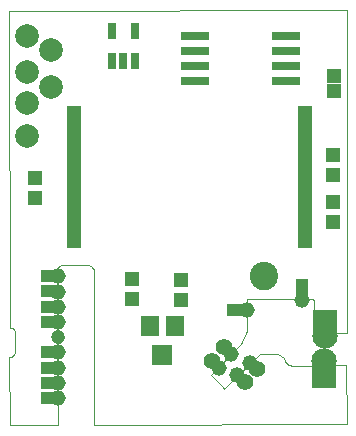
<source format=gts>
G75*
%MOIN*%
%OFA0B0*%
%FSLAX25Y25*%
%IPPOS*%
%LPD*%
%AMOC8*
5,1,8,0,0,1.08239X$1,22.5*
%
%ADD10C,0.00200*%
%ADD11C,0.00000*%
%ADD12C,0.04737*%
%ADD13C,0.09461*%
%ADD14R,0.04737X0.05131*%
%ADD15R,0.05131X0.04737*%
%ADD16R,0.07099X0.06706*%
%ADD17R,0.05918X0.06706*%
%ADD18R,0.03950X0.03950*%
%ADD19R,0.07887X0.07887*%
%ADD20C,0.05524*%
%ADD21R,0.06312X0.02769*%
%ADD22C,0.07887*%
%ADD23R,0.02965X0.05524*%
%ADD24R,0.04343X0.01981*%
%ADD25R,0.04843X0.01981*%
%ADD26R,0.05131X0.05131*%
%ADD27C,0.05194*%
%ADD28C,0.08418*%
D10*
X0007139Y0006452D02*
X0023169Y0006452D01*
X0023164Y0006446D02*
X0023231Y0058499D01*
X0023243Y0058575D01*
X0023260Y0058651D01*
X0023280Y0058725D01*
X0023304Y0058799D01*
X0023332Y0058871D01*
X0023363Y0058942D01*
X0023398Y0059011D01*
X0023436Y0059079D01*
X0023478Y0059144D01*
X0023523Y0059207D01*
X0023571Y0059268D01*
X0023622Y0059326D01*
X0023676Y0059381D01*
X0023733Y0059434D01*
X0023792Y0059484D01*
X0023854Y0059531D01*
X0023918Y0059574D01*
X0023984Y0059614D01*
X0024053Y0059651D01*
X0024123Y0059685D01*
X0024194Y0059714D01*
X0024267Y0059740D01*
X0024341Y0059763D01*
X0024416Y0059781D01*
X0024493Y0059796D01*
X0024569Y0059807D01*
X0024646Y0059814D01*
X0024724Y0059817D01*
X0024801Y0059816D01*
X0024879Y0059811D01*
X0024956Y0059802D01*
X0024950Y0059801D02*
X0033087Y0059799D01*
X0033062Y0059803D02*
X0033151Y0059807D01*
X0033241Y0059806D01*
X0033330Y0059802D01*
X0033419Y0059794D01*
X0033508Y0059782D01*
X0033596Y0059766D01*
X0033683Y0059747D01*
X0033769Y0059723D01*
X0033854Y0059696D01*
X0033938Y0059666D01*
X0034021Y0059631D01*
X0034102Y0059593D01*
X0034181Y0059552D01*
X0034258Y0059507D01*
X0034333Y0059458D01*
X0034406Y0059407D01*
X0034477Y0059352D01*
X0034545Y0059295D01*
X0034611Y0059234D01*
X0034674Y0059171D01*
X0034734Y0059105D01*
X0034792Y0059036D01*
X0034846Y0058965D01*
X0034897Y0058891D01*
X0034945Y0058816D01*
X0034989Y0058738D01*
X0035030Y0058659D01*
X0035068Y0058578D01*
X0035102Y0058495D01*
X0035132Y0058411D01*
X0035159Y0058326D01*
X0035182Y0058239D01*
X0035201Y0058152D01*
X0035216Y0058064D01*
X0035227Y0057975D01*
X0035235Y0057886D01*
X0035201Y0006565D01*
X0035202Y0006565D02*
X0119531Y0006905D01*
X0119534Y0006905D02*
X0119427Y0026460D01*
X0119429Y0026459D02*
X0101408Y0026325D01*
X0101537Y0026337D02*
X0101435Y0026332D01*
X0101334Y0026331D01*
X0101233Y0026334D01*
X0101132Y0026340D01*
X0101031Y0026351D01*
X0100931Y0026365D01*
X0100831Y0026383D01*
X0100732Y0026405D01*
X0100634Y0026430D01*
X0100537Y0026460D01*
X0100441Y0026493D01*
X0100347Y0026530D01*
X0100254Y0026570D01*
X0100162Y0026614D01*
X0100073Y0026661D01*
X0099985Y0026712D01*
X0099899Y0026766D01*
X0099816Y0026823D01*
X0099734Y0026883D01*
X0099655Y0026947D01*
X0099579Y0027013D01*
X0099505Y0027083D01*
X0099434Y0027155D01*
X0099365Y0027230D01*
X0099300Y0027307D01*
X0099238Y0027387D01*
X0099178Y0027469D01*
X0099122Y0027553D01*
X0099069Y0027640D01*
X0099020Y0027728D01*
X0098974Y0027818D01*
X0098931Y0027910D01*
X0098892Y0028004D01*
X0098857Y0028099D01*
X0098825Y0028195D01*
X0098797Y0028292D01*
X0098773Y0028391D01*
X0098752Y0028490D01*
X0098735Y0028590D01*
X0098722Y0028690D01*
X0098713Y0028791D01*
X0098712Y0028794D02*
X0096565Y0030344D01*
X0090592Y0030344D01*
X0078779Y0018497D01*
X0078242Y0019068D01*
X0074584Y0022726D01*
X0074450Y0023162D01*
X0074451Y0023163D02*
X0084350Y0033532D01*
X0086263Y0037895D01*
X0086296Y0048566D01*
X0096532Y0048533D01*
X0101069Y0048535D01*
X0101061Y0048532D02*
X0107339Y0048579D01*
X0107334Y0048579D02*
X0107397Y0048594D01*
X0107461Y0048606D01*
X0107526Y0048615D01*
X0107591Y0048619D01*
X0107656Y0048620D01*
X0107721Y0048617D01*
X0107786Y0048610D01*
X0107850Y0048599D01*
X0107913Y0048585D01*
X0107976Y0048567D01*
X0108037Y0048546D01*
X0108097Y0048520D01*
X0108156Y0048492D01*
X0108213Y0048460D01*
X0108267Y0048425D01*
X0108320Y0048387D01*
X0108370Y0048345D01*
X0108418Y0048301D01*
X0108463Y0048254D01*
X0108506Y0048205D01*
X0108545Y0048153D01*
X0108582Y0048099D01*
X0108615Y0048043D01*
X0108645Y0047985D01*
X0108671Y0047926D01*
X0108694Y0047865D01*
X0108714Y0047803D01*
X0108711Y0047810D02*
X0108714Y0037240D01*
X0119623Y0037292D01*
X0119623Y0037293D02*
X0119529Y0144834D01*
X0119528Y0144834D02*
X0006889Y0144555D01*
X0006890Y0144557D02*
X0007149Y0039040D01*
X0007149Y0039045D02*
X0007226Y0039052D01*
X0007303Y0039055D01*
X0007380Y0039054D01*
X0007457Y0039050D01*
X0007533Y0039042D01*
X0007610Y0039030D01*
X0007685Y0039014D01*
X0007760Y0038995D01*
X0007833Y0038972D01*
X0007906Y0038945D01*
X0007976Y0038915D01*
X0008046Y0038882D01*
X0008114Y0038845D01*
X0008179Y0038805D01*
X0008243Y0038761D01*
X0008305Y0038715D01*
X0008364Y0038666D01*
X0008420Y0038614D01*
X0008475Y0038559D01*
X0008526Y0038501D01*
X0008574Y0038441D01*
X0008620Y0038379D01*
X0008662Y0038315D01*
X0008701Y0038248D01*
X0008737Y0038180D01*
X0008769Y0038110D01*
X0008798Y0038039D01*
X0008824Y0037966D01*
X0008845Y0037892D01*
X0008864Y0037817D01*
X0008878Y0037741D01*
X0008889Y0037665D01*
X0008889Y0031065D01*
X0008891Y0030980D01*
X0008889Y0030896D01*
X0008884Y0030811D01*
X0008874Y0030727D01*
X0008861Y0030644D01*
X0008844Y0030561D01*
X0008823Y0030479D01*
X0008798Y0030398D01*
X0008769Y0030318D01*
X0008737Y0030240D01*
X0008701Y0030163D01*
X0008662Y0030088D01*
X0008619Y0030015D01*
X0008573Y0029944D01*
X0008524Y0029875D01*
X0008472Y0029809D01*
X0008416Y0029745D01*
X0008358Y0029683D01*
X0008297Y0029625D01*
X0008234Y0029569D01*
X0008167Y0029516D01*
X0008099Y0029467D01*
X0008028Y0029420D01*
X0007955Y0029377D01*
X0007880Y0029337D01*
X0007804Y0029301D01*
X0007726Y0029269D01*
X0007646Y0029240D01*
X0007566Y0029214D01*
X0007484Y0029193D01*
X0007401Y0029175D01*
X0007317Y0029161D01*
X0007233Y0029151D01*
X0007149Y0029145D01*
X0007119Y0029145D01*
X0007123Y0029141D02*
X0007162Y0006458D01*
X0007154Y0029160D02*
X0007183Y0029160D01*
D11*
X0021234Y0035880D02*
X0021236Y0035968D01*
X0021242Y0036056D01*
X0021252Y0036144D01*
X0021266Y0036232D01*
X0021283Y0036318D01*
X0021305Y0036404D01*
X0021330Y0036488D01*
X0021360Y0036572D01*
X0021392Y0036654D01*
X0021429Y0036734D01*
X0021469Y0036813D01*
X0021513Y0036890D01*
X0021560Y0036965D01*
X0021610Y0037037D01*
X0021664Y0037108D01*
X0021720Y0037175D01*
X0021780Y0037241D01*
X0021842Y0037303D01*
X0021908Y0037363D01*
X0021975Y0037419D01*
X0022046Y0037473D01*
X0022118Y0037523D01*
X0022193Y0037570D01*
X0022270Y0037614D01*
X0022349Y0037654D01*
X0022429Y0037691D01*
X0022511Y0037723D01*
X0022595Y0037753D01*
X0022679Y0037778D01*
X0022765Y0037800D01*
X0022851Y0037817D01*
X0022939Y0037831D01*
X0023027Y0037841D01*
X0023115Y0037847D01*
X0023203Y0037849D01*
X0023291Y0037847D01*
X0023379Y0037841D01*
X0023467Y0037831D01*
X0023555Y0037817D01*
X0023641Y0037800D01*
X0023727Y0037778D01*
X0023811Y0037753D01*
X0023895Y0037723D01*
X0023977Y0037691D01*
X0024057Y0037654D01*
X0024136Y0037614D01*
X0024213Y0037570D01*
X0024288Y0037523D01*
X0024360Y0037473D01*
X0024431Y0037419D01*
X0024498Y0037363D01*
X0024564Y0037303D01*
X0024626Y0037241D01*
X0024686Y0037175D01*
X0024742Y0037108D01*
X0024796Y0037037D01*
X0024846Y0036965D01*
X0024893Y0036890D01*
X0024937Y0036813D01*
X0024977Y0036734D01*
X0025014Y0036654D01*
X0025046Y0036572D01*
X0025076Y0036488D01*
X0025101Y0036404D01*
X0025123Y0036318D01*
X0025140Y0036232D01*
X0025154Y0036144D01*
X0025164Y0036056D01*
X0025170Y0035968D01*
X0025172Y0035880D01*
X0025170Y0035792D01*
X0025164Y0035704D01*
X0025154Y0035616D01*
X0025140Y0035528D01*
X0025123Y0035442D01*
X0025101Y0035356D01*
X0025076Y0035272D01*
X0025046Y0035188D01*
X0025014Y0035106D01*
X0024977Y0035026D01*
X0024937Y0034947D01*
X0024893Y0034870D01*
X0024846Y0034795D01*
X0024796Y0034723D01*
X0024742Y0034652D01*
X0024686Y0034585D01*
X0024626Y0034519D01*
X0024564Y0034457D01*
X0024498Y0034397D01*
X0024431Y0034341D01*
X0024360Y0034287D01*
X0024288Y0034237D01*
X0024213Y0034190D01*
X0024136Y0034146D01*
X0024057Y0034106D01*
X0023977Y0034069D01*
X0023895Y0034037D01*
X0023811Y0034007D01*
X0023727Y0033982D01*
X0023641Y0033960D01*
X0023555Y0033943D01*
X0023467Y0033929D01*
X0023379Y0033919D01*
X0023291Y0033913D01*
X0023203Y0033911D01*
X0023115Y0033913D01*
X0023027Y0033919D01*
X0022939Y0033929D01*
X0022851Y0033943D01*
X0022765Y0033960D01*
X0022679Y0033982D01*
X0022595Y0034007D01*
X0022511Y0034037D01*
X0022429Y0034069D01*
X0022349Y0034106D01*
X0022270Y0034146D01*
X0022193Y0034190D01*
X0022118Y0034237D01*
X0022046Y0034287D01*
X0021975Y0034341D01*
X0021908Y0034397D01*
X0021842Y0034457D01*
X0021780Y0034519D01*
X0021720Y0034585D01*
X0021664Y0034652D01*
X0021610Y0034723D01*
X0021560Y0034795D01*
X0021513Y0034870D01*
X0021469Y0034947D01*
X0021429Y0035026D01*
X0021392Y0035106D01*
X0021360Y0035188D01*
X0021330Y0035272D01*
X0021305Y0035356D01*
X0021283Y0035442D01*
X0021266Y0035528D01*
X0021252Y0035616D01*
X0021242Y0035704D01*
X0021236Y0035792D01*
X0021234Y0035880D01*
X0087502Y0056126D02*
X0087504Y0056257D01*
X0087510Y0056389D01*
X0087520Y0056520D01*
X0087534Y0056651D01*
X0087552Y0056781D01*
X0087574Y0056910D01*
X0087599Y0057039D01*
X0087629Y0057167D01*
X0087663Y0057294D01*
X0087700Y0057421D01*
X0087741Y0057545D01*
X0087786Y0057669D01*
X0087835Y0057791D01*
X0087887Y0057912D01*
X0087943Y0058030D01*
X0088003Y0058148D01*
X0088066Y0058263D01*
X0088133Y0058376D01*
X0088203Y0058488D01*
X0088276Y0058597D01*
X0088352Y0058703D01*
X0088432Y0058808D01*
X0088515Y0058910D01*
X0088601Y0059009D01*
X0088690Y0059106D01*
X0088782Y0059200D01*
X0088877Y0059291D01*
X0088974Y0059380D01*
X0089074Y0059465D01*
X0089177Y0059547D01*
X0089282Y0059626D01*
X0089389Y0059702D01*
X0089499Y0059774D01*
X0089611Y0059843D01*
X0089725Y0059909D01*
X0089840Y0059971D01*
X0089958Y0060030D01*
X0090077Y0060085D01*
X0090198Y0060137D01*
X0090321Y0060184D01*
X0090445Y0060228D01*
X0090570Y0060269D01*
X0090696Y0060305D01*
X0090824Y0060338D01*
X0090952Y0060366D01*
X0091081Y0060391D01*
X0091211Y0060412D01*
X0091341Y0060429D01*
X0091472Y0060442D01*
X0091603Y0060451D01*
X0091734Y0060456D01*
X0091866Y0060457D01*
X0091997Y0060454D01*
X0092129Y0060447D01*
X0092260Y0060436D01*
X0092390Y0060421D01*
X0092520Y0060402D01*
X0092650Y0060379D01*
X0092778Y0060353D01*
X0092906Y0060322D01*
X0093033Y0060287D01*
X0093159Y0060249D01*
X0093283Y0060207D01*
X0093407Y0060161D01*
X0093528Y0060111D01*
X0093648Y0060058D01*
X0093767Y0060001D01*
X0093884Y0059941D01*
X0093998Y0059877D01*
X0094111Y0059809D01*
X0094222Y0059738D01*
X0094331Y0059664D01*
X0094437Y0059587D01*
X0094541Y0059506D01*
X0094642Y0059423D01*
X0094741Y0059336D01*
X0094837Y0059246D01*
X0094930Y0059153D01*
X0095021Y0059058D01*
X0095108Y0058960D01*
X0095193Y0058859D01*
X0095274Y0058756D01*
X0095352Y0058650D01*
X0095427Y0058542D01*
X0095499Y0058432D01*
X0095567Y0058320D01*
X0095632Y0058206D01*
X0095693Y0058089D01*
X0095751Y0057971D01*
X0095805Y0057851D01*
X0095856Y0057730D01*
X0095903Y0057607D01*
X0095946Y0057483D01*
X0095985Y0057358D01*
X0096021Y0057231D01*
X0096052Y0057103D01*
X0096080Y0056975D01*
X0096104Y0056846D01*
X0096124Y0056716D01*
X0096140Y0056585D01*
X0096152Y0056454D01*
X0096160Y0056323D01*
X0096164Y0056192D01*
X0096164Y0056060D01*
X0096160Y0055929D01*
X0096152Y0055798D01*
X0096140Y0055667D01*
X0096124Y0055536D01*
X0096104Y0055406D01*
X0096080Y0055277D01*
X0096052Y0055149D01*
X0096021Y0055021D01*
X0095985Y0054894D01*
X0095946Y0054769D01*
X0095903Y0054645D01*
X0095856Y0054522D01*
X0095805Y0054401D01*
X0095751Y0054281D01*
X0095693Y0054163D01*
X0095632Y0054046D01*
X0095567Y0053932D01*
X0095499Y0053820D01*
X0095427Y0053710D01*
X0095352Y0053602D01*
X0095274Y0053496D01*
X0095193Y0053393D01*
X0095108Y0053292D01*
X0095021Y0053194D01*
X0094930Y0053099D01*
X0094837Y0053006D01*
X0094741Y0052916D01*
X0094642Y0052829D01*
X0094541Y0052746D01*
X0094437Y0052665D01*
X0094331Y0052588D01*
X0094222Y0052514D01*
X0094111Y0052443D01*
X0093999Y0052375D01*
X0093884Y0052311D01*
X0093767Y0052251D01*
X0093648Y0052194D01*
X0093528Y0052141D01*
X0093407Y0052091D01*
X0093283Y0052045D01*
X0093159Y0052003D01*
X0093033Y0051965D01*
X0092906Y0051930D01*
X0092778Y0051899D01*
X0092650Y0051873D01*
X0092520Y0051850D01*
X0092390Y0051831D01*
X0092260Y0051816D01*
X0092129Y0051805D01*
X0091997Y0051798D01*
X0091866Y0051795D01*
X0091734Y0051796D01*
X0091603Y0051801D01*
X0091472Y0051810D01*
X0091341Y0051823D01*
X0091211Y0051840D01*
X0091081Y0051861D01*
X0090952Y0051886D01*
X0090824Y0051914D01*
X0090696Y0051947D01*
X0090570Y0051983D01*
X0090445Y0052024D01*
X0090321Y0052068D01*
X0090198Y0052115D01*
X0090077Y0052167D01*
X0089958Y0052222D01*
X0089840Y0052281D01*
X0089725Y0052343D01*
X0089611Y0052409D01*
X0089499Y0052478D01*
X0089389Y0052550D01*
X0089282Y0052626D01*
X0089177Y0052705D01*
X0089074Y0052787D01*
X0088974Y0052872D01*
X0088877Y0052961D01*
X0088782Y0053052D01*
X0088690Y0053146D01*
X0088601Y0053243D01*
X0088515Y0053342D01*
X0088432Y0053444D01*
X0088352Y0053549D01*
X0088276Y0053655D01*
X0088203Y0053764D01*
X0088133Y0053876D01*
X0088066Y0053989D01*
X0088003Y0054104D01*
X0087943Y0054222D01*
X0087887Y0054340D01*
X0087835Y0054461D01*
X0087786Y0054583D01*
X0087741Y0054707D01*
X0087700Y0054831D01*
X0087663Y0054958D01*
X0087629Y0055085D01*
X0087599Y0055213D01*
X0087574Y0055342D01*
X0087552Y0055471D01*
X0087534Y0055601D01*
X0087520Y0055732D01*
X0087510Y0055863D01*
X0087504Y0055995D01*
X0087502Y0056126D01*
D12*
X0023203Y0035880D03*
D13*
X0091833Y0056126D03*
D14*
X0115063Y0089774D03*
X0115063Y0096466D03*
X0015703Y0088906D03*
X0015703Y0082214D03*
D15*
X0048082Y0055156D03*
X0048082Y0048464D03*
X0064353Y0048319D03*
X0064353Y0055012D03*
X0115003Y0074294D03*
X0115003Y0080986D03*
D16*
X0058018Y0029860D03*
D17*
X0053884Y0039703D03*
X0062152Y0039703D03*
D18*
X0081783Y0045000D03*
X0084783Y0045000D03*
X0104543Y0050260D03*
X0104543Y0053080D03*
X0021643Y0051120D03*
X0019634Y0051060D03*
X0019754Y0056220D03*
X0021643Y0056220D03*
X0021643Y0046020D03*
X0019634Y0046020D03*
X0019574Y0040920D03*
X0021643Y0040920D03*
X0021643Y0030720D03*
X0019694Y0030720D03*
X0019634Y0025620D03*
X0021643Y0025620D03*
X0021643Y0020520D03*
X0019634Y0020520D03*
X0019634Y0015420D03*
X0021643Y0015420D03*
D19*
X0111883Y0022800D03*
X0112399Y0041043D03*
D20*
X0089683Y0025140D03*
X0085521Y0020753D03*
X0074683Y0027720D03*
X0078545Y0032474D03*
D21*
X0070702Y0121117D03*
X0067202Y0121117D03*
X0067202Y0126117D03*
X0070702Y0126117D03*
X0070702Y0131117D03*
X0067202Y0131117D03*
X0067202Y0136078D03*
X0070702Y0136078D03*
X0097505Y0136078D03*
X0101005Y0136078D03*
X0101005Y0131078D03*
X0097505Y0131078D03*
X0097505Y0126078D03*
X0101005Y0126078D03*
X0101005Y0121078D03*
X0097505Y0121078D03*
D22*
X0021001Y0119136D03*
X0013082Y0124276D03*
X0021001Y0131623D03*
X0013082Y0136338D03*
X0013000Y0113742D03*
X0013082Y0102732D03*
D23*
X0041325Y0127872D03*
X0045065Y0127872D03*
X0048805Y0127872D03*
X0048805Y0137715D03*
X0041325Y0137715D03*
D24*
X0028732Y0111759D03*
X0028732Y0109790D03*
X0028732Y0107822D03*
X0028732Y0105853D03*
X0028732Y0103885D03*
X0028732Y0101916D03*
X0028732Y0099948D03*
X0028732Y0097979D03*
X0028732Y0096011D03*
X0028732Y0094042D03*
X0028732Y0092074D03*
X0028732Y0090105D03*
X0028732Y0088137D03*
X0028732Y0086168D03*
X0028732Y0084200D03*
X0028732Y0082231D03*
X0028732Y0080263D03*
X0028732Y0078294D03*
X0028732Y0076326D03*
X0028732Y0074357D03*
X0028732Y0072389D03*
X0028732Y0070420D03*
X0028732Y0068452D03*
X0028732Y0066483D03*
X0105504Y0068452D03*
X0105504Y0070420D03*
X0105504Y0072389D03*
X0105504Y0074357D03*
X0105504Y0076326D03*
X0105504Y0078294D03*
X0105504Y0080263D03*
X0105504Y0082231D03*
X0105504Y0084200D03*
X0105504Y0086168D03*
X0105504Y0088137D03*
X0105504Y0090105D03*
X0105504Y0092074D03*
X0105504Y0094042D03*
X0105504Y0096011D03*
X0105504Y0097979D03*
X0105504Y0099948D03*
X0105504Y0101916D03*
X0105504Y0103885D03*
X0105504Y0105853D03*
X0105504Y0107822D03*
X0105504Y0109790D03*
X0105504Y0111759D03*
D25*
X0105754Y0111756D03*
X0105754Y0109787D03*
X0105754Y0107819D03*
X0105754Y0105850D03*
X0105754Y0103882D03*
X0105754Y0101913D03*
X0105754Y0099945D03*
X0105754Y0097976D03*
X0105754Y0096008D03*
X0105754Y0094039D03*
X0105754Y0092071D03*
X0105754Y0090102D03*
X0105754Y0088134D03*
X0105754Y0086165D03*
X0105754Y0084197D03*
X0105754Y0082228D03*
X0105754Y0080260D03*
X0105754Y0078291D03*
X0105754Y0076323D03*
X0105754Y0074354D03*
X0105754Y0072386D03*
X0105754Y0070417D03*
X0105754Y0068449D03*
X0105755Y0066484D03*
X0028478Y0066484D03*
X0028478Y0068452D03*
X0028478Y0070421D03*
X0028478Y0072389D03*
X0028478Y0074358D03*
X0028478Y0076326D03*
X0028478Y0078295D03*
X0028478Y0080263D03*
X0028478Y0082232D03*
X0028478Y0084200D03*
X0028478Y0086169D03*
X0028478Y0088137D03*
X0028478Y0090106D03*
X0028478Y0092074D03*
X0028478Y0094043D03*
X0028478Y0096011D03*
X0028478Y0097980D03*
X0028478Y0099948D03*
X0028478Y0101917D03*
X0028478Y0103885D03*
X0028478Y0105854D03*
X0028478Y0107822D03*
X0028478Y0109791D03*
X0028478Y0111759D03*
D26*
X0115192Y0117851D03*
X0115192Y0122794D03*
D27*
X0104667Y0048369D03*
X0086439Y0044905D03*
X0081057Y0030146D03*
X0076895Y0025683D03*
X0083070Y0023132D03*
X0087366Y0027294D03*
X0023134Y0025616D03*
X0023134Y0030717D03*
X0023134Y0040919D03*
X0023134Y0045919D03*
X0023134Y0050986D03*
X0023134Y0056222D03*
X0023134Y0020515D03*
X0023134Y0015514D03*
D28*
X0111901Y0027744D03*
X0112392Y0036121D03*
M02*

</source>
